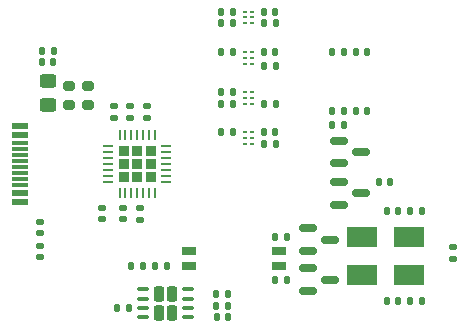
<source format=gbr>
%TF.GenerationSoftware,KiCad,Pcbnew,7.0.10*%
%TF.CreationDate,2024-01-22T13:51:10-08:00*%
%TF.ProjectId,esp32-prog,65737033-322d-4707-926f-672e6b696361,rev2*%
%TF.SameCoordinates,PX47868c0PY36d6160*%
%TF.FileFunction,Paste,Top*%
%TF.FilePolarity,Positive*%
%FSLAX46Y46*%
G04 Gerber Fmt 4.6, Leading zero omitted, Abs format (unit mm)*
G04 Created by KiCad (PCBNEW 7.0.10) date 2024-01-22 13:51:10*
%MOMM*%
%LPD*%
G01*
G04 APERTURE LIST*
G04 Aperture macros list*
%AMRoundRect*
0 Rectangle with rounded corners*
0 $1 Rounding radius*
0 $2 $3 $4 $5 $6 $7 $8 $9 X,Y pos of 4 corners*
0 Add a 4 corners polygon primitive as box body*
4,1,4,$2,$3,$4,$5,$6,$7,$8,$9,$2,$3,0*
0 Add four circle primitives for the rounded corners*
1,1,$1+$1,$2,$3*
1,1,$1+$1,$4,$5*
1,1,$1+$1,$6,$7*
1,1,$1+$1,$8,$9*
0 Add four rect primitives between the rounded corners*
20,1,$1+$1,$2,$3,$4,$5,0*
20,1,$1+$1,$4,$5,$6,$7,0*
20,1,$1+$1,$6,$7,$8,$9,0*
20,1,$1+$1,$8,$9,$2,$3,0*%
G04 Aperture macros list end*
%ADD10R,1.450000X0.600000*%
%ADD11R,1.450000X0.300000*%
%ADD12RoundRect,0.200000X0.275000X-0.200000X0.275000X0.200000X-0.275000X0.200000X-0.275000X-0.200000X0*%
%ADD13RoundRect,0.135000X-0.135000X-0.185000X0.135000X-0.185000X0.135000X0.185000X-0.135000X0.185000X0*%
%ADD14RoundRect,0.066667X-0.108333X-0.033333X0.108333X-0.033333X0.108333X0.033333X-0.108333X0.033333X0*%
%ADD15RoundRect,0.066667X-0.083333X-0.033333X0.083333X-0.033333X0.083333X0.033333X-0.083333X0.033333X0*%
%ADD16RoundRect,0.232500X0.232500X0.422500X-0.232500X0.422500X-0.232500X-0.422500X0.232500X-0.422500X0*%
%ADD17RoundRect,0.087500X0.387500X0.087500X-0.387500X0.087500X-0.387500X-0.087500X0.387500X-0.087500X0*%
%ADD18R,2.500000X1.700000*%
%ADD19RoundRect,0.140000X0.140000X0.170000X-0.140000X0.170000X-0.140000X-0.170000X0.140000X-0.170000X0*%
%ADD20R,1.270000X0.760000*%
%ADD21RoundRect,0.135000X0.135000X0.185000X-0.135000X0.185000X-0.135000X-0.185000X0.135000X-0.185000X0*%
%ADD22RoundRect,0.140000X-0.140000X-0.170000X0.140000X-0.170000X0.140000X0.170000X-0.140000X0.170000X0*%
%ADD23RoundRect,0.147500X-0.147500X-0.172500X0.147500X-0.172500X0.147500X0.172500X-0.147500X0.172500X0*%
%ADD24RoundRect,0.147500X0.147500X0.172500X-0.147500X0.172500X-0.147500X-0.172500X0.147500X-0.172500X0*%
%ADD25RoundRect,0.140000X-0.170000X0.140000X-0.170000X-0.140000X0.170000X-0.140000X0.170000X0.140000X0*%
%ADD26RoundRect,0.147500X0.172500X-0.147500X0.172500X0.147500X-0.172500X0.147500X-0.172500X-0.147500X0*%
%ADD27RoundRect,0.225000X-0.225000X-0.225000X0.225000X-0.225000X0.225000X0.225000X-0.225000X0.225000X0*%
%ADD28RoundRect,0.062500X-0.337500X-0.062500X0.337500X-0.062500X0.337500X0.062500X-0.337500X0.062500X0*%
%ADD29RoundRect,0.062500X-0.062500X-0.337500X0.062500X-0.337500X0.062500X0.337500X-0.062500X0.337500X0*%
%ADD30RoundRect,0.135000X0.185000X-0.135000X0.185000X0.135000X-0.185000X0.135000X-0.185000X-0.135000X0*%
%ADD31RoundRect,0.150000X-0.587500X-0.150000X0.587500X-0.150000X0.587500X0.150000X-0.587500X0.150000X0*%
%ADD32RoundRect,0.147500X-0.172500X0.147500X-0.172500X-0.147500X0.172500X-0.147500X0.172500X0.147500X0*%
%ADD33RoundRect,0.066667X0.108333X0.033333X-0.108333X0.033333X-0.108333X-0.033333X0.108333X-0.033333X0*%
%ADD34RoundRect,0.066667X0.083333X0.033333X-0.083333X0.033333X-0.083333X-0.033333X0.083333X-0.033333X0*%
%ADD35RoundRect,0.250000X0.450000X-0.325000X0.450000X0.325000X-0.450000X0.325000X-0.450000X-0.325000X0*%
%ADD36RoundRect,0.135000X-0.185000X0.135000X-0.185000X-0.135000X0.185000X-0.135000X0.185000X0.135000X0*%
G04 APERTURE END LIST*
D10*
%TO.C,J1*%
X7045000Y-11750000D03*
X7045000Y-12550000D03*
D11*
X7045000Y-13750000D03*
X7045000Y-14750000D03*
X7045000Y-15250000D03*
X7045000Y-16250000D03*
D10*
X7045000Y-17450000D03*
X7045000Y-18250000D03*
X7045000Y-18250000D03*
X7045000Y-17450000D03*
D11*
X7045000Y-16750000D03*
X7045000Y-15750000D03*
X7045000Y-14250000D03*
X7045000Y-13250000D03*
D10*
X7045000Y-12550000D03*
X7045000Y-11750000D03*
%TD*%
D12*
%TO.C,R2*%
X11200000Y-10025000D03*
X11200000Y-8375000D03*
%TD*%
D13*
%TO.C,R26*%
X33490000Y-5500000D03*
X34510000Y-5500000D03*
%TD*%
D14*
%TO.C,U4*%
X26125000Y-2100000D03*
D15*
X26100000Y-2600000D03*
X26100000Y-3100000D03*
X26700000Y-3100000D03*
X26700000Y-2600000D03*
X26700000Y-2100000D03*
%TD*%
D16*
%TO.C,U1*%
X19975000Y-27610000D03*
X19975000Y-25990000D03*
X18825000Y-27610000D03*
X18825000Y-25990000D03*
D17*
X21300000Y-28000000D03*
X21300000Y-27200000D03*
X21300000Y-26400000D03*
X21300000Y-25600000D03*
X17500000Y-25600000D03*
X17500000Y-26400000D03*
X17500000Y-27200000D03*
X17500000Y-28000000D03*
%TD*%
D18*
%TO.C,D7*%
X36000000Y-24400000D03*
X40000000Y-24400000D03*
%TD*%
D19*
%TO.C,C2*%
X24680000Y-28000000D03*
X23720000Y-28000000D03*
%TD*%
D13*
%TO.C,R21*%
X27690000Y-6700000D03*
X28710000Y-6700000D03*
%TD*%
D20*
%TO.C,SW1*%
X21390000Y-22365000D03*
X21390000Y-23635000D03*
X29010000Y-23635000D03*
X29010000Y-22365000D03*
%TD*%
D21*
%TO.C,R9*%
X41110000Y-19000000D03*
X40090000Y-19000000D03*
%TD*%
D22*
%TO.C,C1*%
X15320000Y-27200000D03*
X16280000Y-27200000D03*
%TD*%
D19*
%TO.C,C8*%
X25080000Y-9900000D03*
X24120000Y-9900000D03*
%TD*%
D13*
%TO.C,R15*%
X24090000Y-8900000D03*
X25110000Y-8900000D03*
%TD*%
D23*
%TO.C,D8*%
X38115000Y-26600000D03*
X39085000Y-26600000D03*
%TD*%
D21*
%TO.C,R14*%
X41110000Y-26600000D03*
X40090000Y-26600000D03*
%TD*%
D24*
%TO.C,D9*%
X36485000Y-5500000D03*
X35515000Y-5500000D03*
%TD*%
D25*
%TO.C,C4*%
X14000000Y-18720000D03*
X14000000Y-19680000D03*
%TD*%
D26*
%TO.C,D2*%
X8800000Y-22885000D03*
X8800000Y-21915000D03*
%TD*%
D13*
%TO.C,R27*%
X33490000Y-10500000D03*
X34510000Y-10500000D03*
%TD*%
D27*
%TO.C,U2*%
X15880000Y-13880000D03*
X15880000Y-15000000D03*
X15880000Y-16120000D03*
X17000000Y-13880000D03*
X17000000Y-15000000D03*
X17000000Y-16120000D03*
X18120000Y-13880000D03*
X18120000Y-15000000D03*
X18120000Y-16120000D03*
D28*
X14550000Y-13500000D03*
X14550000Y-14000000D03*
X14550000Y-14500000D03*
X14550000Y-15000000D03*
X14550000Y-15500000D03*
X14550000Y-16000000D03*
X14550000Y-16500000D03*
D29*
X15500000Y-17450000D03*
X16000000Y-17450000D03*
X16500000Y-17450000D03*
X17000000Y-17450000D03*
X17500000Y-17450000D03*
X18000000Y-17450000D03*
X18500000Y-17450000D03*
D28*
X19450000Y-16500000D03*
X19450000Y-16000000D03*
X19450000Y-15500000D03*
X19450000Y-15000000D03*
X19450000Y-14500000D03*
X19450000Y-14000000D03*
X19450000Y-13500000D03*
D29*
X18500000Y-12550000D03*
X18000000Y-12550000D03*
X17500000Y-12550000D03*
X17000000Y-12550000D03*
X16500000Y-12550000D03*
X16000000Y-12550000D03*
X15500000Y-12550000D03*
%TD*%
D30*
%TO.C,R24*%
X43750000Y-23085000D03*
X43750000Y-22065000D03*
%TD*%
%TO.C,R11*%
X16400000Y-11110000D03*
X16400000Y-10090000D03*
%TD*%
D21*
%TO.C,R19*%
X25110000Y-12300000D03*
X24090000Y-12300000D03*
%TD*%
D13*
%TO.C,R20*%
X27690000Y-9900000D03*
X28710000Y-9900000D03*
%TD*%
D21*
%TO.C,R17*%
X25110000Y-5500000D03*
X24090000Y-5500000D03*
%TD*%
D22*
%TO.C,C5*%
X27720000Y-5500000D03*
X28680000Y-5500000D03*
%TD*%
D12*
%TO.C,R3*%
X12800000Y-10025000D03*
X12800000Y-8375000D03*
%TD*%
D14*
%TO.C,U3*%
X26125000Y-5500000D03*
D15*
X26100000Y-6000000D03*
X26100000Y-6500000D03*
X26700000Y-6500000D03*
X26700000Y-6000000D03*
X26700000Y-5500000D03*
%TD*%
D13*
%TO.C,R7*%
X28690000Y-21200000D03*
X29710000Y-21200000D03*
%TD*%
D31*
%TO.C,Q4*%
X34062500Y-13050000D03*
X34062500Y-14950000D03*
X35937500Y-14000000D03*
%TD*%
D13*
%TO.C,R22*%
X27690000Y-3100000D03*
X28710000Y-3100000D03*
%TD*%
D24*
%TO.C,D10*%
X36485000Y-10500000D03*
X35515000Y-10500000D03*
%TD*%
D22*
%TO.C,C7*%
X27720000Y-12300000D03*
X28680000Y-12300000D03*
%TD*%
D13*
%TO.C,R23*%
X27690000Y-13300000D03*
X28710000Y-13300000D03*
%TD*%
D31*
%TO.C,Q3*%
X34062500Y-16550000D03*
X34062500Y-18450000D03*
X35937500Y-17500000D03*
%TD*%
D32*
%TO.C,D3*%
X8800000Y-19915000D03*
X8800000Y-20885000D03*
%TD*%
D21*
%TO.C,R4*%
X24710000Y-27000000D03*
X23690000Y-27000000D03*
%TD*%
D30*
%TO.C,R12*%
X17800000Y-11110000D03*
X17800000Y-10090000D03*
%TD*%
D24*
%TO.C,D5*%
X19485000Y-23600000D03*
X18515000Y-23600000D03*
%TD*%
D25*
%TO.C,C3*%
X15800000Y-18720000D03*
X15800000Y-19680000D03*
%TD*%
D31*
%TO.C,Q2*%
X31462500Y-23850000D03*
X31462500Y-25750000D03*
X33337500Y-24800000D03*
%TD*%
D13*
%TO.C,R10*%
X16490000Y-23600000D03*
X17510000Y-23600000D03*
%TD*%
D33*
%TO.C,U6*%
X26675000Y-9900000D03*
D34*
X26700000Y-9400000D03*
X26700000Y-8900000D03*
X26100000Y-8900000D03*
X26100000Y-9400000D03*
X26100000Y-9900000D03*
%TD*%
D13*
%TO.C,R5*%
X23690000Y-26000000D03*
X24710000Y-26000000D03*
%TD*%
%TO.C,R16*%
X24090000Y-3100000D03*
X25110000Y-3100000D03*
%TD*%
D31*
%TO.C,Q1*%
X31462500Y-20450000D03*
X31462500Y-22350000D03*
X33337500Y-21400000D03*
%TD*%
D14*
%TO.C,U5*%
X26125000Y-12300000D03*
D15*
X26100000Y-12800000D03*
X26100000Y-13300000D03*
X26700000Y-13300000D03*
X26700000Y-12800000D03*
X26700000Y-12300000D03*
%TD*%
D22*
%TO.C,C6*%
X27720000Y-2100000D03*
X28680000Y-2100000D03*
%TD*%
%TO.C,C9*%
X37445000Y-16500000D03*
X38405000Y-16500000D03*
%TD*%
D30*
%TO.C,R13*%
X15000000Y-11110000D03*
X15000000Y-10090000D03*
%TD*%
D13*
%TO.C,R1*%
X8890000Y-5400000D03*
X9910000Y-5400000D03*
%TD*%
D23*
%TO.C,D4*%
X38115000Y-19000000D03*
X39085000Y-19000000D03*
%TD*%
D24*
%TO.C,D1*%
X9885000Y-6400000D03*
X8915000Y-6400000D03*
%TD*%
D13*
%TO.C,R8*%
X28690000Y-24800000D03*
X29710000Y-24800000D03*
%TD*%
%TO.C,R25*%
X33490000Y-11700000D03*
X34510000Y-11700000D03*
%TD*%
D35*
%TO.C,L1*%
X9400000Y-10025000D03*
X9400000Y-7975000D03*
%TD*%
D18*
%TO.C,D6*%
X36000000Y-21200000D03*
X40000000Y-21200000D03*
%TD*%
D36*
%TO.C,R6*%
X17200000Y-18690000D03*
X17200000Y-19710000D03*
%TD*%
D21*
%TO.C,R18*%
X25110000Y-2100000D03*
X24090000Y-2100000D03*
%TD*%
M02*

</source>
